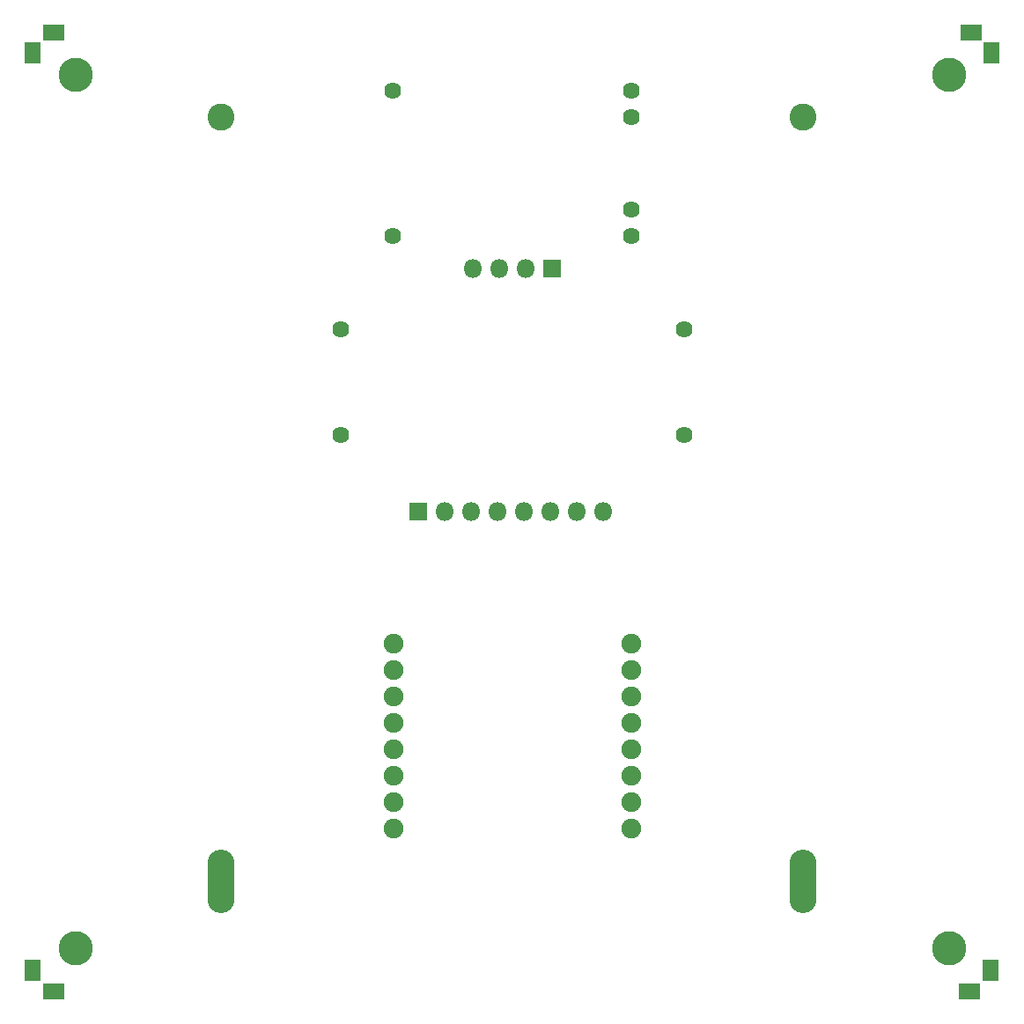
<source format=gbr>
%TF.GenerationSoftware,KiCad,Pcbnew,(5.1.6)-1*%
%TF.CreationDate,2020-10-21T23:40:19+01:00*%
%TF.ProjectId,nyantern,6e79616e-7465-4726-9e2e-6b696361645f,rev?*%
%TF.SameCoordinates,Original*%
%TF.FileFunction,Soldermask,Bot*%
%TF.FilePolarity,Negative*%
%FSLAX46Y46*%
G04 Gerber Fmt 4.6, Leading zero omitted, Abs format (unit mm)*
G04 Created by KiCad (PCBNEW (5.1.6)-1) date 2020-10-21 23:40:19*
%MOMM*%
%LPD*%
G01*
G04 APERTURE LIST*
%ADD10R,1.600000X2.100000*%
%ADD11R,2.100000X1.600000*%
%ADD12C,3.300000*%
%ADD13O,1.800000X1.800000*%
%ADD14R,1.800000X1.800000*%
%ADD15C,1.900000*%
%ADD16C,1.624000*%
%ADD17C,2.600000*%
%ADD18O,2.600000X6.100000*%
G04 APERTURE END LIST*
D10*
%TO.C,REF\u002A\u002A*%
X196100000Y-55900000D03*
%TD*%
D11*
%TO.C,REF\u002A\u002A*%
X194100000Y-53900000D03*
%TD*%
%TO.C,REF\u002A\u002A*%
X194000000Y-146100000D03*
%TD*%
D10*
%TO.C,REF\u002A\u002A*%
X196000000Y-144100000D03*
%TD*%
%TO.C,REF\u002A\u002A*%
X103900000Y-144100000D03*
%TD*%
D11*
%TO.C,REF\u002A\u002A*%
X105900000Y-146100000D03*
%TD*%
%TO.C,REF\u002A\u002A*%
X105900000Y-53900000D03*
%TD*%
D10*
%TO.C,REF\u002A\u002A*%
X103900000Y-55900000D03*
%TD*%
D12*
%TO.C,REF\u002A\u002A*%
X192000000Y-142000000D03*
%TD*%
%TO.C,REF\u002A\u002A*%
X108000000Y-142000000D03*
%TD*%
%TO.C,REF\u002A\u002A*%
X108000000Y-58000000D03*
%TD*%
%TO.C,REF\u002A\u002A*%
X192000000Y-58000000D03*
%TD*%
D13*
%TO.C,U4*%
X158780000Y-100000000D03*
X156240000Y-100000000D03*
X153700000Y-100000000D03*
X151160000Y-100000000D03*
X148620000Y-100000000D03*
X146080000Y-100000000D03*
X143540000Y-100000000D03*
D14*
X141000000Y-100000000D03*
%TD*%
D15*
%TO.C,U3*%
X161430000Y-112640000D03*
X161430000Y-115180000D03*
X161430000Y-117720000D03*
X161430000Y-120260000D03*
X161430000Y-122800000D03*
X161430000Y-125340000D03*
X161430000Y-127880000D03*
X161430000Y-130420000D03*
X138570000Y-130420000D03*
X138570000Y-127880000D03*
X138570000Y-125340000D03*
X138570000Y-122800000D03*
X138570000Y-120260000D03*
X138570000Y-117720000D03*
X138570000Y-115180000D03*
X138570000Y-112640000D03*
%TD*%
D16*
%TO.C,U2*%
X133480000Y-92580000D03*
X133480000Y-82420000D03*
X166510000Y-92580000D03*
X166510000Y-82420000D03*
%TD*%
%TO.C,U1*%
X161500000Y-62040000D03*
X161500000Y-70960000D03*
X161500000Y-73500000D03*
X161500000Y-59500000D03*
X138500000Y-59500000D03*
X138500000Y-73500000D03*
%TD*%
D17*
%TO.C,BT2*%
X122000000Y-62000000D03*
D18*
X122000000Y-135500000D03*
%TD*%
D17*
%TO.C,BT1*%
X178000000Y-62000000D03*
D18*
X178000000Y-135500000D03*
%TD*%
D14*
%TO.C,J1*%
X153820000Y-76620000D03*
D13*
X151280000Y-76620000D03*
X148740000Y-76620000D03*
X146200000Y-76620000D03*
%TD*%
M02*

</source>
